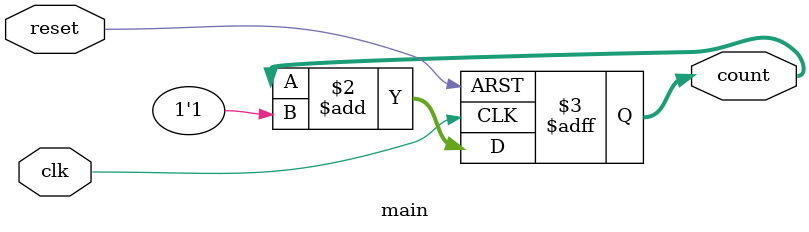
<source format=v>
`timescale 1ns / 1ps


module main(output [3:0]count,input wire reset,input wire clk);
reg [3:0] count;
always@(posedge clk,posedge reset) begin //Asynchronous reset
 if(reset)
  count<=4'd0;
 else
  count<=count+1'b1;

end
endmodule

</source>
